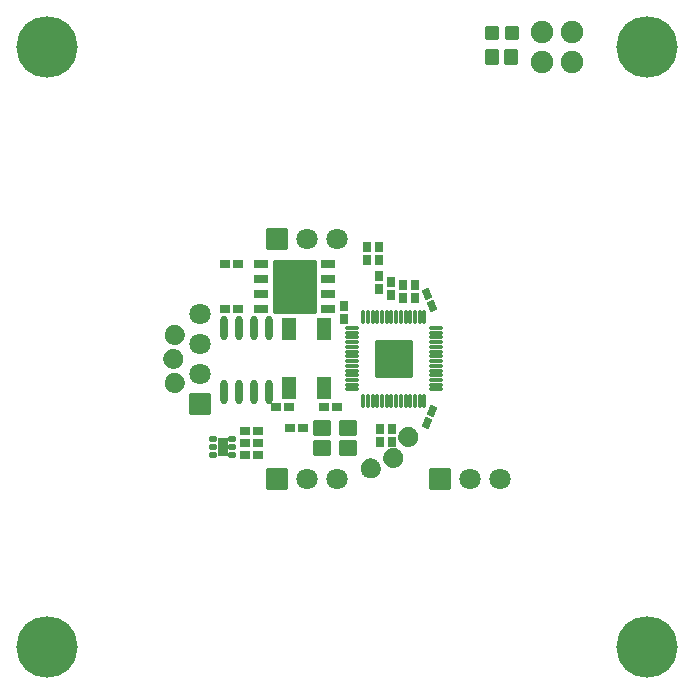
<source format=gts>
G04 Layer: TopSolderMaskLayer*
G04 Panelize: , Column: 2, Row: 2, Board Size: 58.42mm x 58.42mm, Panelized Board Size: 118.84mm x 118.84mm*
G04 EasyEDA v6.5.34, 2023-09-08 22:52:23*
G04 25f9ab1a57db4546acea81688240381b,5a6b42c53f6a479593ecc07194224c93,10*
G04 Gerber Generator version 0.2*
G04 Scale: 100 percent, Rotated: No, Reflected: No *
G04 Dimensions in millimeters *
G04 leading zeros omitted , absolute positions ,4 integer and 5 decimal *
%FSLAX45Y45*%
%MOMM*%

%AMMACRO1*1,1,$1,$2,$3*1,1,$1,$4,$5*1,1,$1,0-$2,0-$3*1,1,$1,0-$4,0-$5*20,1,$1,$2,$3,$4,$5,0*20,1,$1,$4,$5,0-$2,0-$3,0*20,1,$1,0-$2,0-$3,0-$4,0-$5,0*20,1,$1,0-$4,0-$5,$2,$3,0*4,1,4,$2,$3,$4,$5,0-$2,0-$3,0-$4,0-$5,$2,$3,0*%
%ADD10MACRO1,0.1016X-0.85X0.85X0.85X0.85*%
%ADD11C,1.8016*%
%ADD12MACRO1,0.1016X0.395X0.27X0.395X-0.27*%
%ADD13MACRO1,0.1016X-0.395X0.27X-0.395X-0.27*%
%ADD14MACRO1,0.1016X0.7X-0.6X0.7X0.6*%
%ADD15MACRO1,0.1016X-0.7X-0.6X-0.7X0.6*%
%ADD16MACRO1,0.1016X-0.7X0.6X-0.7X-0.6*%
%ADD17MACRO1,0.1016X0.7X0.6X0.7X-0.6*%
%ADD18MACRO1,0.1016X-0.2501X0.175X0.2501X0.175*%
%ADD19MACRO1,0.1016X-0.35X-0.725X-0.35X0.725*%
%ADD20MACRO1,0.1016X0.27X-0.395X-0.27X-0.395*%
%ADD21MACRO1,0.1016X0.27X0.395X-0.27X0.395*%
%ADD22MACRO1,0.1016X-0.27X0.395X0.27X0.395*%
%ADD23MACRO1,0.1016X-0.27X-0.395X0.27X-0.395*%
%ADD24MACRO1,0.1016X0.0777X-0.4721X-0.4117X-0.2439*%
%ADD25MACRO1,0.1016X0.4117X0.2439X-0.0777X0.4721*%
%ADD26MACRO1,0.1016X0.4117X-0.2439X-0.0777X-0.4721*%
%ADD27MACRO1,0.1016X0.0777X0.4721X-0.4117X0.2439*%
%ADD28MACRO1,0.1X-0.55X0.1X0.55X0.1*%
%ADD29MACRO1,0.1X-0.1X-0.55X-0.1X0.55*%
%ADD30MACRO1,0.1X0.55X-0.1X-0.55X-0.1*%
%ADD31MACRO1,0.1X0.1X0.55X0.1X-0.55*%
%ADD32MACRO1,0.1X-1.55X1.55X1.55X1.55*%
%ADD33MACRO1,0.1016X-0.85X-0.85X-0.85X0.85*%
%ADD34MACRO1,0.1016X0.5X0.9X0.5X-0.9*%
%ADD35O,0.6700012X2.051812*%
%ADD36MACRO1,0.1016X-0.395X-0.27X-0.395X0.27*%
%ADD37MACRO1,0.1016X0.395X-0.27X0.395X0.27*%
%ADD38MACRO1,0.2032X-0.525X0.225X0.525X0.225*%
%ADD39MACRO1,0.2032X-1.725X-2.175X-1.725X2.175*%
%ADD40MACRO1,0.2032X-0.45X-0.5X-0.45X0.5*%
%ADD41MACRO1,0.2032X0.5X-0.55X-0.5X-0.55*%
%ADD42C,5.2032*%
%ADD43C,1.9016*%
%ADD44C,0.0152*%

%LPD*%
G36*
X1460500Y3107131D02*
G01*
X1452219Y3106724D01*
X1443990Y3105505D01*
X1435963Y3103473D01*
X1432001Y3102203D01*
X1424330Y3099003D01*
X1420622Y3097174D01*
X1413510Y3092907D01*
X1406855Y3087928D01*
X1400708Y3082391D01*
X1395120Y3076244D01*
X1390192Y3069590D01*
X1385925Y3062427D01*
X1382369Y3054959D01*
X1379575Y3047136D01*
X1377594Y3039110D01*
X1376375Y3030880D01*
X1375968Y3022600D01*
X1376375Y3014319D01*
X1377594Y3006090D01*
X1379575Y2998063D01*
X1382369Y2990240D01*
X1385925Y2982722D01*
X1390192Y2975610D01*
X1395120Y2968955D01*
X1400708Y2962808D01*
X1406855Y2957271D01*
X1413510Y2952292D01*
X1420622Y2948025D01*
X1428140Y2944469D01*
X1435963Y2941675D01*
X1443990Y2939694D01*
X1452219Y2938475D01*
X1460500Y2938068D01*
X1468780Y2938475D01*
X1476959Y2939694D01*
X1485036Y2941675D01*
X1492859Y2944469D01*
X1500327Y2948025D01*
X1507439Y2952292D01*
X1514144Y2957271D01*
X1520291Y2962808D01*
X1525828Y2968955D01*
X1530756Y2975610D01*
X1535023Y2982722D01*
X1538579Y2990240D01*
X1540103Y2994101D01*
X1542491Y3002076D01*
X1544116Y3010204D01*
X1544929Y3018434D01*
X1544929Y3026765D01*
X1544116Y3034995D01*
X1542491Y3043123D01*
X1540103Y3051098D01*
X1536903Y3058718D01*
X1532991Y3066084D01*
X1528368Y3072942D01*
X1523136Y3079394D01*
X1517243Y3085236D01*
X1510842Y3090519D01*
X1503934Y3095091D01*
X1500327Y3097174D01*
X1492859Y3100679D01*
X1485036Y3103473D01*
X1476959Y3105505D01*
X1468780Y3106724D01*
G37*
G36*
X1447800Y2903931D02*
G01*
X1439519Y2903524D01*
X1431290Y2902305D01*
X1423263Y2900273D01*
X1419301Y2899003D01*
X1411630Y2895803D01*
X1407922Y2893974D01*
X1400810Y2889707D01*
X1394155Y2884728D01*
X1388008Y2879191D01*
X1382420Y2873044D01*
X1377492Y2866339D01*
X1373225Y2859227D01*
X1369669Y2851759D01*
X1366875Y2843936D01*
X1364894Y2835910D01*
X1363675Y2827680D01*
X1363268Y2819400D01*
X1363675Y2811119D01*
X1364894Y2802890D01*
X1365758Y2798826D01*
X1368196Y2790901D01*
X1371346Y2783230D01*
X1375257Y2775915D01*
X1379880Y2769006D01*
X1385163Y2762605D01*
X1391005Y2756763D01*
X1397406Y2751480D01*
X1404315Y2746857D01*
X1411630Y2742946D01*
X1419301Y2739796D01*
X1427226Y2737408D01*
X1435404Y2735783D01*
X1443634Y2734970D01*
X1451914Y2734970D01*
X1460195Y2735783D01*
X1468323Y2737408D01*
X1472336Y2738475D01*
X1480159Y2741269D01*
X1487627Y2744825D01*
X1494739Y2749092D01*
X1501444Y2754020D01*
X1507591Y2759608D01*
X1513128Y2765755D01*
X1518056Y2772410D01*
X1522323Y2779522D01*
X1525879Y2787040D01*
X1527403Y2790901D01*
X1529791Y2798826D01*
X1531416Y2807004D01*
X1532229Y2815234D01*
X1532229Y2823565D01*
X1531416Y2831795D01*
X1529791Y2839923D01*
X1527403Y2847898D01*
X1524203Y2855518D01*
X1520291Y2862834D01*
X1515668Y2869742D01*
X1510436Y2876143D01*
X1507591Y2879191D01*
X1501444Y2884728D01*
X1494739Y2889707D01*
X1487627Y2893974D01*
X1480159Y2897479D01*
X1472336Y2900273D01*
X1464259Y2902305D01*
X1456080Y2903524D01*
G37*
G36*
X1460500Y2700731D02*
G01*
X1452219Y2700324D01*
X1443990Y2699105D01*
X1435963Y2697073D01*
X1432001Y2695803D01*
X1424330Y2692603D01*
X1420622Y2690774D01*
X1413510Y2686507D01*
X1406855Y2681528D01*
X1400708Y2675991D01*
X1395120Y2669844D01*
X1390192Y2663190D01*
X1385925Y2656027D01*
X1382369Y2648559D01*
X1379575Y2640736D01*
X1377594Y2632710D01*
X1376375Y2624480D01*
X1375968Y2616200D01*
X1376375Y2607919D01*
X1377594Y2599690D01*
X1379575Y2591663D01*
X1382369Y2583840D01*
X1385925Y2576322D01*
X1390192Y2569210D01*
X1395120Y2562555D01*
X1400708Y2556408D01*
X1406855Y2550871D01*
X1413510Y2545892D01*
X1420622Y2541625D01*
X1428140Y2538069D01*
X1435963Y2535275D01*
X1443990Y2533294D01*
X1452219Y2532075D01*
X1460500Y2531668D01*
X1468780Y2532075D01*
X1476959Y2533294D01*
X1485036Y2535275D01*
X1492859Y2538069D01*
X1500327Y2541625D01*
X1507439Y2545892D01*
X1514144Y2550871D01*
X1520291Y2556408D01*
X1525828Y2562555D01*
X1530756Y2569210D01*
X1535023Y2576322D01*
X1538579Y2583840D01*
X1540103Y2587701D01*
X1542491Y2595676D01*
X1544116Y2603804D01*
X1544929Y2612034D01*
X1544929Y2620365D01*
X1544116Y2628595D01*
X1542491Y2636723D01*
X1540103Y2644698D01*
X1536903Y2652318D01*
X1532991Y2659684D01*
X1528368Y2666542D01*
X1523136Y2672994D01*
X1517243Y2678836D01*
X1510842Y2684119D01*
X1503934Y2688691D01*
X1500327Y2690774D01*
X1492859Y2694279D01*
X1485036Y2697073D01*
X1476959Y2699105D01*
X1468780Y2700324D01*
G37*
G36*
X3437331Y2243531D02*
G01*
X3429050Y2243124D01*
X3420821Y2241905D01*
X3412794Y2239873D01*
X3408832Y2238603D01*
X3401161Y2235403D01*
X3397453Y2233574D01*
X3390341Y2229307D01*
X3383686Y2224328D01*
X3377539Y2218791D01*
X3372002Y2212644D01*
X3367024Y2205990D01*
X3362756Y2198827D01*
X3359200Y2191359D01*
X3356406Y2183536D01*
X3354425Y2175510D01*
X3353206Y2167280D01*
X3352800Y2159000D01*
X3353206Y2150719D01*
X3354425Y2142490D01*
X3356406Y2134463D01*
X3359200Y2126640D01*
X3362756Y2119122D01*
X3367024Y2112010D01*
X3372002Y2105355D01*
X3377539Y2099208D01*
X3383686Y2093671D01*
X3390341Y2088692D01*
X3397453Y2084425D01*
X3404971Y2080869D01*
X3412794Y2078075D01*
X3420821Y2076094D01*
X3429050Y2074875D01*
X3437331Y2074468D01*
X3445611Y2074875D01*
X3453841Y2076094D01*
X3461867Y2078075D01*
X3469690Y2080869D01*
X3477158Y2084425D01*
X3484321Y2088692D01*
X3490976Y2093671D01*
X3497122Y2099208D01*
X3502660Y2105355D01*
X3507638Y2112010D01*
X3511905Y2119122D01*
X3515410Y2126640D01*
X3516934Y2130501D01*
X3519322Y2138476D01*
X3520948Y2146604D01*
X3521760Y2154834D01*
X3521760Y2163165D01*
X3520948Y2171395D01*
X3519322Y2179523D01*
X3516934Y2187498D01*
X3513734Y2195118D01*
X3509822Y2202484D01*
X3505250Y2209342D01*
X3499967Y2215794D01*
X3494125Y2221636D01*
X3487674Y2226919D01*
X3480815Y2231491D01*
X3473450Y2235403D01*
X3465829Y2238603D01*
X3457854Y2240991D01*
X3449726Y2242616D01*
X3441496Y2243429D01*
G37*
G36*
X3310331Y2065731D02*
G01*
X3302050Y2065324D01*
X3293821Y2064105D01*
X3285794Y2062073D01*
X3281832Y2060803D01*
X3274161Y2057603D01*
X3270453Y2055774D01*
X3263341Y2051507D01*
X3256686Y2046528D01*
X3250539Y2040991D01*
X3245002Y2034844D01*
X3240024Y2028189D01*
X3235756Y2021027D01*
X3232200Y2013559D01*
X3229406Y2005736D01*
X3227425Y1997710D01*
X3226206Y1989480D01*
X3225800Y1981200D01*
X3226206Y1972919D01*
X3227425Y1964689D01*
X3229406Y1956663D01*
X3232200Y1948840D01*
X3235756Y1941322D01*
X3240024Y1934210D01*
X3245002Y1927555D01*
X3250539Y1921408D01*
X3256686Y1915871D01*
X3263341Y1910892D01*
X3270453Y1906625D01*
X3277971Y1903069D01*
X3285794Y1900275D01*
X3293821Y1898294D01*
X3302050Y1897075D01*
X3310331Y1896668D01*
X3318611Y1897075D01*
X3326841Y1898294D01*
X3334867Y1900275D01*
X3342690Y1903069D01*
X3350158Y1906625D01*
X3357321Y1910892D01*
X3363976Y1915871D01*
X3370122Y1921408D01*
X3375660Y1927555D01*
X3380638Y1934210D01*
X3384905Y1941322D01*
X3388410Y1948840D01*
X3389934Y1952701D01*
X3392322Y1960676D01*
X3393948Y1968804D01*
X3394760Y1977034D01*
X3394760Y1985365D01*
X3393948Y1993595D01*
X3392322Y2001723D01*
X3389934Y2009698D01*
X3386734Y2017318D01*
X3382822Y2024684D01*
X3378250Y2031542D01*
X3372967Y2037994D01*
X3367125Y2043836D01*
X3360674Y2049119D01*
X3353815Y2053691D01*
X3346450Y2057603D01*
X3338829Y2060803D01*
X3330854Y2063191D01*
X3322726Y2064816D01*
X3314496Y2065629D01*
G37*
G36*
X3119831Y1976831D02*
G01*
X3111550Y1976424D01*
X3103321Y1975205D01*
X3095294Y1973173D01*
X3091332Y1971903D01*
X3083661Y1968703D01*
X3079953Y1966874D01*
X3072841Y1962607D01*
X3066186Y1957628D01*
X3060039Y1952091D01*
X3054502Y1945944D01*
X3049524Y1939289D01*
X3045256Y1932127D01*
X3041700Y1924659D01*
X3038906Y1916836D01*
X3036925Y1908810D01*
X3035706Y1900580D01*
X3035300Y1892300D01*
X3035706Y1884019D01*
X3036925Y1875789D01*
X3038906Y1867763D01*
X3041700Y1859940D01*
X3045256Y1852422D01*
X3049524Y1845310D01*
X3054502Y1838655D01*
X3060039Y1832508D01*
X3066186Y1826971D01*
X3072841Y1821992D01*
X3079953Y1817725D01*
X3087471Y1814169D01*
X3095294Y1811375D01*
X3103321Y1809394D01*
X3111550Y1808175D01*
X3119831Y1807768D01*
X3128111Y1808175D01*
X3136341Y1809394D01*
X3144367Y1811375D01*
X3152190Y1814169D01*
X3159658Y1817725D01*
X3166821Y1821992D01*
X3173476Y1826971D01*
X3179622Y1832508D01*
X3185160Y1838655D01*
X3190138Y1845310D01*
X3194405Y1852422D01*
X3197910Y1859940D01*
X3199434Y1863801D01*
X3201822Y1871776D01*
X3203448Y1879904D01*
X3204260Y1888134D01*
X3204260Y1896465D01*
X3203448Y1904695D01*
X3201822Y1912823D01*
X3199434Y1920798D01*
X3196234Y1928418D01*
X3192322Y1935784D01*
X3187750Y1942642D01*
X3182467Y1949094D01*
X3176625Y1954936D01*
X3170174Y1960219D01*
X3163316Y1964791D01*
X3155950Y1968703D01*
X3148330Y1971903D01*
X3140354Y1974291D01*
X3132226Y1975916D01*
X3123996Y1976729D01*
G37*
D10*
G01*
X3708392Y1803397D03*
D11*
G01*
X3962400Y1803400D03*
G01*
X4216400Y1803400D03*
D12*
G01*
X1888581Y3619497D03*
D13*
G01*
X1997593Y3619497D03*
D12*
G01*
X2434681Y2235197D03*
D13*
G01*
X2543693Y2235197D03*
D14*
G01*
X2709387Y2061309D03*
D15*
G01*
X2929387Y2061309D03*
D16*
G01*
X2929387Y2231311D03*
D17*
G01*
X2709387Y2231311D03*
D12*
G01*
X2053681Y2006597D03*
D13*
G01*
X2162693Y2006597D03*
D18*
G01*
X1786902Y2136086D03*
G01*
X1786902Y2070097D03*
G01*
X1786902Y2004108D03*
G01*
X1946897Y2004108D03*
G01*
X1946897Y2070097D03*
G01*
X1946897Y2136086D03*
D19*
G01*
X1866912Y2070103D03*
D20*
G01*
X3086087Y3762903D03*
D21*
G01*
X3086087Y3653891D03*
D22*
G01*
X3187687Y3653891D03*
D23*
G01*
X3187687Y3762903D03*
D12*
G01*
X2320381Y2412997D03*
D13*
G01*
X2429393Y2412997D03*
D20*
G01*
X3301987Y2226203D03*
D21*
G01*
X3301987Y2117191D03*
D22*
G01*
X3200387Y2117191D03*
D23*
G01*
X3200387Y2226203D03*
D24*
G01*
X3642522Y2373496D03*
D25*
G01*
X3596452Y2274698D03*
D20*
G01*
X3187687Y3521603D03*
D21*
G01*
X3187687Y3412591D03*
D20*
G01*
X3289287Y3470803D03*
D21*
G01*
X3289287Y3361791D03*
D20*
G01*
X3390887Y3445403D03*
D21*
G01*
X3390887Y3336391D03*
D20*
G01*
X3492487Y3445403D03*
D21*
G01*
X3492487Y3336391D03*
D26*
G01*
X3596452Y3364096D03*
D27*
G01*
X3642522Y3265298D03*
D12*
G01*
X2726781Y2412997D03*
D13*
G01*
X2835793Y2412997D03*
D28*
G01*
X2959677Y3079404D03*
G01*
X2959677Y3039399D03*
G01*
X2959677Y2999394D03*
G01*
X2959677Y2959389D03*
G01*
X2959677Y2919409D03*
G01*
X2959677Y2879404D03*
G01*
X2959677Y2839399D03*
G01*
X2959677Y2799394D03*
G01*
X2959677Y2759389D03*
G01*
X2959677Y2719410D03*
G01*
X2959677Y2679405D03*
G01*
X2959677Y2639400D03*
G01*
X2959677Y2599395D03*
G01*
X2959677Y2559390D03*
D29*
G01*
X3054692Y2464401D03*
G01*
X3094672Y2464401D03*
G01*
X3134677Y2464401D03*
G01*
X3174682Y2464401D03*
G01*
X3214687Y2464401D03*
G01*
X3254692Y2464401D03*
G01*
X3294672Y2464401D03*
G01*
X3334677Y2464401D03*
G01*
X3374682Y2464401D03*
G01*
X3414687Y2464401D03*
G01*
X3454692Y2464401D03*
G01*
X3494671Y2464401D03*
G01*
X3534676Y2464401D03*
G01*
X3574681Y2464401D03*
D30*
G01*
X3669695Y2559390D03*
G01*
X3669695Y2599395D03*
G01*
X3669695Y2639400D03*
G01*
X3669695Y2679405D03*
G01*
X3669695Y2719410D03*
G01*
X3669695Y2759389D03*
G01*
X3669695Y2799394D03*
G01*
X3669695Y2839399D03*
G01*
X3669695Y2879404D03*
G01*
X3669695Y2919409D03*
G01*
X3669695Y2959389D03*
G01*
X3669695Y2999394D03*
G01*
X3669695Y3039399D03*
G01*
X3669695Y3079404D03*
D31*
G01*
X3574681Y3174392D03*
G01*
X3534676Y3174392D03*
G01*
X3494671Y3174392D03*
G01*
X3454692Y3174392D03*
G01*
X3414687Y3174392D03*
G01*
X3374682Y3174392D03*
G01*
X3334677Y3174392D03*
G01*
X3294672Y3174392D03*
G01*
X3254692Y3174392D03*
G01*
X3214687Y3174392D03*
G01*
X3174682Y3174392D03*
G01*
X3134677Y3174392D03*
G01*
X3094672Y3174392D03*
G01*
X3054692Y3174392D03*
D32*
G01*
X3314682Y2819402D03*
D33*
G01*
X1676387Y2438397D03*
D11*
G01*
X1676400Y2692400D03*
G01*
X1676400Y2946400D03*
G01*
X1676400Y3200400D03*
D10*
G01*
X2324087Y3835397D03*
D11*
G01*
X2578100Y3835400D03*
G01*
X2832100Y3835400D03*
D10*
G01*
X2324087Y1803397D03*
D11*
G01*
X2578100Y1803400D03*
G01*
X2832100Y1803400D03*
D34*
G01*
X2728074Y3069396D03*
G01*
X2428100Y3069396D03*
G01*
X2428100Y2569397D03*
G01*
X2728074Y2569397D03*
D35*
G01*
X1879600Y2536189D03*
G01*
X2006600Y2536189D03*
G01*
X2133600Y2536189D03*
G01*
X2260600Y2536189D03*
G01*
X1879600Y3077210D03*
G01*
X2006600Y3077210D03*
G01*
X2133600Y3077210D03*
G01*
X2260600Y3077210D03*
D36*
G01*
X1997593Y3238497D03*
D37*
G01*
X1888581Y3238497D03*
D12*
G01*
X2053681Y2209797D03*
D13*
G01*
X2162693Y2209797D03*
D12*
G01*
X2053681Y2108197D03*
D13*
G01*
X2162693Y2108197D03*
D38*
G01*
X2191499Y3619497D03*
G01*
X2191499Y3492497D03*
G01*
X2191499Y3365497D03*
G01*
X2191499Y3238497D03*
G01*
X2761475Y3238497D03*
G01*
X2761475Y3365497D03*
G01*
X2761475Y3492497D03*
G01*
X2761475Y3619497D03*
D39*
G01*
X2476487Y3428997D03*
D20*
G01*
X2895587Y3267603D03*
D21*
G01*
X2895587Y3158591D03*
D40*
G01*
X4144091Y5575292D03*
G01*
X4314090Y5575292D03*
D41*
G01*
X4149092Y5372100D03*
G01*
X4309092Y5372100D03*
D42*
G01*
X381000Y5461000D03*
G01*
X5461000Y5461000D03*
G01*
X5461000Y381000D03*
G01*
X381000Y381000D03*
D43*
G01*
X4572000Y5588000D03*
G01*
X4572000Y5334000D03*
G01*
X4826000Y5334000D03*
G01*
X4826000Y5588000D03*
M02*

</source>
